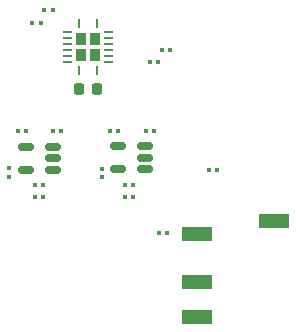
<source format=gbr>
%TF.GenerationSoftware,KiCad,Pcbnew,8.0.1*%
%TF.CreationDate,2024-04-11T15:41:11-05:00*%
%TF.ProjectId,TS3A5017-Mixer,54533341-3530-4313-972d-4d697865722e,rev?*%
%TF.SameCoordinates,Original*%
%TF.FileFunction,Paste,Top*%
%TF.FilePolarity,Positive*%
%FSLAX46Y46*%
G04 Gerber Fmt 4.6, Leading zero omitted, Abs format (unit mm)*
G04 Created by KiCad (PCBNEW 8.0.1) date 2024-04-11 15:41:11*
%MOMM*%
%LPD*%
G01*
G04 APERTURE LIST*
G04 Aperture macros list*
%AMRoundRect*
0 Rectangle with rounded corners*
0 $1 Rounding radius*
0 $2 $3 $4 $5 $6 $7 $8 $9 X,Y pos of 4 corners*
0 Add a 4 corners polygon primitive as box body*
4,1,4,$2,$3,$4,$5,$6,$7,$8,$9,$2,$3,0*
0 Add four circle primitives for the rounded corners*
1,1,$1+$1,$2,$3*
1,1,$1+$1,$4,$5*
1,1,$1+$1,$6,$7*
1,1,$1+$1,$8,$9*
0 Add four rect primitives between the rounded corners*
20,1,$1+$1,$2,$3,$4,$5,0*
20,1,$1+$1,$4,$5,$6,$7,0*
20,1,$1+$1,$6,$7,$8,$9,0*
20,1,$1+$1,$8,$9,$2,$3,0*%
%AMFreePoly0*
4,1,10,0.115000,-0.351709,0.098830,-0.412057,0.057057,-0.453830,0.000000,-0.469118,-0.057057,-0.453830,-0.098830,-0.412057,-0.115000,-0.351709,-0.115000,0.330000,0.115000,0.330000,0.115000,-0.351709,0.115000,-0.351709,$1*%
%AMFreePoly1*
4,1,10,0.412057,0.098830,0.453830,0.057057,0.469118,0.000000,0.453830,-0.057057,0.412057,-0.098830,0.351710,-0.115000,-0.330000,-0.115000,-0.330000,0.115000,0.351710,0.115000,0.412057,0.098830,0.412057,0.098830,$1*%
%AMFreePoly2*
4,1,10,0.057057,0.453830,0.098830,0.412057,0.115000,0.351709,0.115000,-0.330000,-0.115000,-0.330000,-0.115000,0.351709,-0.098830,0.412057,-0.057057,0.453830,0.000000,0.469118,0.057057,0.453830,0.057057,0.453830,$1*%
%AMFreePoly3*
4,1,11,0.330000,-0.115000,-0.330000,-0.115000,-0.351710,-0.115000,-0.412057,-0.098830,-0.453830,-0.057057,-0.469118,0.000000,-0.453830,0.057057,-0.412057,0.098830,-0.351710,0.115000,0.330000,0.115000,0.330000,-0.115000,0.330000,-0.115000,$1*%
G04 Aperture macros list end*
%ADD10RoundRect,0.079500X0.079500X0.100500X-0.079500X0.100500X-0.079500X-0.100500X0.079500X-0.100500X0*%
%ADD11RoundRect,0.079500X0.100500X-0.079500X0.100500X0.079500X-0.100500X0.079500X-0.100500X-0.079500X0*%
%ADD12RoundRect,0.079500X-0.079500X-0.100500X0.079500X-0.100500X0.079500X0.100500X-0.079500X0.100500X0*%
%ADD13RoundRect,0.225000X-0.225000X-0.250000X0.225000X-0.250000X0.225000X0.250000X-0.225000X0.250000X0*%
%ADD14R,0.820000X1.070000*%
%ADD15FreePoly0,180.000000*%
%ADD16FreePoly1,180.000000*%
%ADD17FreePoly2,180.000000*%
%ADD18FreePoly3,180.000000*%
%ADD19RoundRect,0.150000X0.512500X0.150000X-0.512500X0.150000X-0.512500X-0.150000X0.512500X-0.150000X0*%
%ADD20R,2.500000X1.200000*%
G04 APERTURE END LIST*
D10*
%TO.C,C4*%
X142770808Y-85854731D03*
X142080808Y-85854731D03*
%TD*%
%TO.C,C5*%
X143785553Y-84705502D03*
X143095553Y-84705502D03*
%TD*%
D11*
%TO.C,C10*%
X147991000Y-98897000D03*
X147991000Y-98207000D03*
%TD*%
D10*
%TO.C,C9*%
X144526000Y-94996000D03*
X143836000Y-94996000D03*
%TD*%
D12*
%TO.C,C3*%
X153071000Y-88138000D03*
X153761000Y-88138000D03*
%TD*%
D13*
%TO.C,C1*%
X146024000Y-91440000D03*
X147574000Y-91440000D03*
%TD*%
D14*
%TO.C,U1*%
X147347000Y-88556000D03*
X147347000Y-87186000D03*
X146227000Y-88556000D03*
X146227000Y-87186000D03*
D15*
X147537000Y-89916000D03*
D16*
X148582000Y-89121000D03*
X148582000Y-88621000D03*
X148582000Y-88121000D03*
X148582000Y-87621000D03*
X148582000Y-87121000D03*
X148582000Y-86621000D03*
D17*
X147537000Y-85826000D03*
X146037000Y-85826000D03*
D18*
X144992000Y-86621000D03*
X144992000Y-87121000D03*
X144992000Y-87621000D03*
X144992000Y-88121000D03*
X144992000Y-88621000D03*
X144992000Y-89121000D03*
D15*
X146037000Y-89916000D03*
%TD*%
D10*
%TO.C,C14*%
X157734000Y-98298000D03*
X157044000Y-98298000D03*
%TD*%
D12*
%TO.C,C12*%
X148662000Y-94996000D03*
X149352000Y-94996000D03*
%TD*%
D11*
%TO.C,C6*%
X140117000Y-98831000D03*
X140117000Y-98141000D03*
%TD*%
D12*
%TO.C,R1*%
X142312000Y-100584000D03*
X143002000Y-100584000D03*
%TD*%
%TO.C,C8*%
X140854000Y-94996000D03*
X141544000Y-94996000D03*
%TD*%
D10*
%TO.C,C13*%
X150622000Y-100584000D03*
X149932000Y-100584000D03*
%TD*%
D19*
%TO.C,U2*%
X143794500Y-98232000D03*
X143794500Y-97282000D03*
X143794500Y-96332000D03*
X141519500Y-96332000D03*
X141519500Y-98232000D03*
%TD*%
D12*
%TO.C,C15*%
X152817000Y-103632000D03*
X153507000Y-103632000D03*
%TD*%
D10*
%TO.C,C11*%
X152400000Y-94996000D03*
X151710000Y-94996000D03*
%TD*%
D20*
%TO.C,J5*%
X162560000Y-102616000D03*
X156060000Y-103716000D03*
X156060000Y-107716000D03*
X156060000Y-110716000D03*
%TD*%
D19*
%TO.C,U3*%
X151644000Y-98166000D03*
X151644000Y-97216000D03*
X151644000Y-96266000D03*
X149369000Y-96266000D03*
X149369000Y-98166000D03*
%TD*%
D12*
%TO.C,C2*%
X152055000Y-89154000D03*
X152745000Y-89154000D03*
%TD*%
%TO.C,R2*%
X149932000Y-99568000D03*
X150622000Y-99568000D03*
%TD*%
D10*
%TO.C,C7*%
X143002000Y-99568000D03*
X142312000Y-99568000D03*
%TD*%
M02*

</source>
